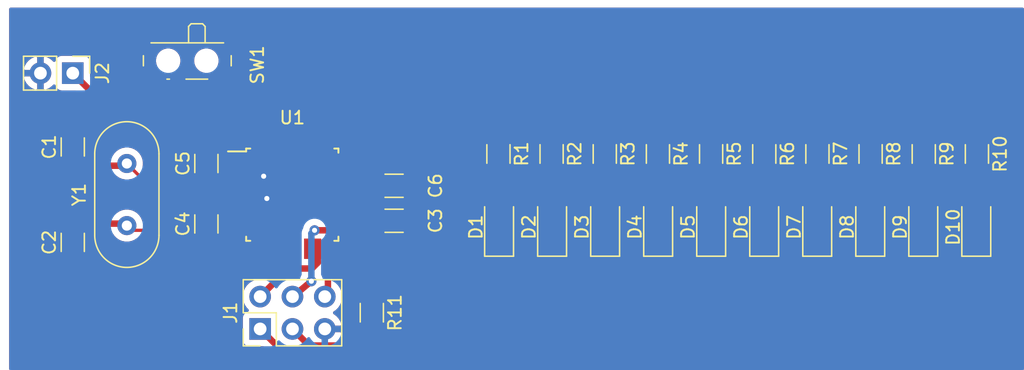
<source format=kicad_pcb>
(kicad_pcb (version 20211014) (generator pcbnew)
  (layers (0 "F.Cu" signal) (31 "B.Cu" signal) (34 "B.Paste" user) (35 "F.Paste" user) (36 "B.SilkS" user "B.Silkscreen") (37 "F.SilkS" user "F.Silkscreen") (38 "B.Mask" user) (39 "F.Mask" user) (44 "Edge.Cuts" user))
  (net 0 "")
  (net 1 "GND")
  (net 2 "XTAL1")
  (net 3 "XTAL2")
  (net 4 "VCC")
  (net 5 "Net-(D1-Pad2)")
  (net 6 "Net-(D2-Pad2)")
  (net 7 "Net-(D3-Pad2)")
  (net 8 "Net-(D4-Pad2)")
  (net 9 "Net-(D5-Pad2)")
  (net 10 "Net-(D6-Pad2)")
  (net 11 "Net-(D7-Pad2)")
  (net 12 "Net-(D8-Pad2)")
  (net 13 "Net-(D9-Pad2)")
  (net 14 "Net-(D10-Pad2)")
  (net 15 "MOSI")
  (net 16 "SCK")
  (net 17 "CS")
  (net 18 "MISO")
  (net 19 "Net-(J2-Pad1)")
  (net 20 "PB1")
  (net 21 "PB2")
  (net 22 "PB3")
  (net 23 "PB4")
  (net 24 "PB5")
  (net 25 "PB6")
  (net 26 "PB7")
  (net 27 "PB8")
  (net 28 "PB9")
  (net 29 "PB10")
  (footprint "Capacitor_SMD:C_1206_3216Metric" (layer "F.Cu") (at 63.75 91.45 90)
    (fp_text reference "C1" (at 0 -1.85 90) (layer "F.SilkS"))
    (fp_text value "22p")
    (fp_line (start -0.711252 -0.91) (end 0.711252 -0.91) (layer "F.SilkS") (width 0.12))
    (fp_line (start -0.711252 0.91) (end 0.711252 0.91) (layer "F.SilkS") (width 0.12))
    (pad "1" smd roundrect (at -1.475 0 90) (size 1.15 1.8) (layers "F.Cu" "F.Paste" "F.Mask") (roundrect_rratio 0.217391) (net 2 "XTAL1"))
    (pad "2" smd roundrect (at 1.475 0 90) (size 1.15 1.8) (layers "F.Cu" "F.Paste" "F.Mask") (roundrect_rratio 0.217391) (net 1 "GND"))
  )
  (footprint "Capacitor_SMD:C_1206_3216Metric" (layer "F.Cu") (at 74.25 92.75 90)
    (fp_text reference "C5" (at 0 -1.85 90) (layer "F.SilkS"))
    (fp_text value "100n")
    (fp_line (start -0.711252 -0.91) (end 0.711252 -0.91) (layer "F.SilkS") (width 0.12))
    (fp_line (start -0.711252 0.91) (end 0.711252 0.91) (layer "F.SilkS") (width 0.12))
    (pad "1" smd roundrect (at -1.475 0 90) (size 1.15 1.8) (layers "F.Cu" "F.Paste" "F.Mask") (roundrect_rratio 0.217391) (net 4 "VCC"))
    (pad "2" smd roundrect (at 1.475 0 90) (size 1.15 1.8) (layers "F.Cu" "F.Paste" "F.Mask") (roundrect_rratio 0.217391) (net 1 "GND"))
  )
  (footprint "Capacitor_SMD:C_1206_3216Metric" (layer "F.Cu") (at 89 94.5)
    (fp_text reference "C6" (at 3.25 0 90) (layer "F.SilkS"))
    (fp_text value "100n")
    (fp_line (start -0.711252 -0.91) (end 0.711252 -0.91) (layer "F.SilkS") (width 0.12))
    (fp_line (start -0.711252 0.91) (end 0.711252 0.91) (layer "F.SilkS") (width 0.12))
    (pad "1" smd roundrect (at -1.475 0) (size 1.15 1.8) (layers "F.Cu" "F.Paste" "F.Mask") (roundrect_rratio 0.217391) (net 4 "VCC"))
    (pad "2" smd roundrect (at 1.475 0) (size 1.15 1.8) (layers "F.Cu" "F.Paste" "F.Mask") (roundrect_rratio 0.217391) (net 1 "GND"))
  )
  (footprint "Connector_PinHeader_2.54mm:PinHeader_2x03_P2.54mm_Vertical" (layer "F.Cu") (at 78.475 105.75 90)
    (fp_text reference "J1" (at 1.27 -2.33 90) (layer "F.SilkS"))
    (fp_text value "AVR")
    (fp_line (start 3.87 -1.33) (end 3.87 6.41) (layer "F.SilkS") (width 0.12))
    (fp_line (start -1.33 -1.33) (end 0 -1.33) (layer "F.SilkS") (width 0.12))
    (fp_line (start -1.33 1.27) (end 1.27 1.27) (layer "F.SilkS") (width 0.12))
    (fp_line (start -1.33 6.41) (end 3.87 6.41) (layer "F.SilkS") (width 0.12))
    (fp_line (start 1.27 -1.33) (end 3.87 -1.33) (layer "F.SilkS") (width 0.12))
    (fp_line (start -1.33 1.27) (end -1.33 6.41) (layer "F.SilkS") (width 0.12))
    (fp_line (start -1.33 0) (end -1.33 -1.33) (layer "F.SilkS") (width 0.12))
    (fp_line (start 1.27 1.27) (end 1.27 -1.33) (layer "F.SilkS") (width 0.12))
    (pad "1" thru_hole rect (at 0 0 90) (size 1.7 1.7) (drill 1) (layers *.Cu *.Mask) (net 4 "VCC"))
    (pad "2" thru_hole oval (at 2.54 0 90) (size 1.7 1.7) (drill 1) (layers *.Cu *.Mask) (net 15 "MOSI"))
    (pad "3" thru_hole oval (at 0 2.54 90) (size 1.7 1.7) (drill 1) (layers *.Cu *.Mask) (net 17 "CS"))
    (pad "4" thru_hole oval (at 2.54 2.54 90) (size 1.7 1.7) (drill 1) (layers *.Cu *.Mask) (net 16 "SCK"))
    (pad "5" thru_hole oval (at 0 5.08 90) (size 1.7 1.7) (drill 1) (layers *.Cu *.Mask) (net 1 "GND"))
    (pad "6" thru_hole oval (at 2.54 5.08 90) (size 1.7 1.7) (drill 1) (layers *.Cu *.Mask) (net 18 "MISO"))
  )
  (footprint "Connector_PinHeader_2.54mm:PinHeader_1x02_P2.54mm_Vertical" (layer "F.Cu") (at 63.75 85.65 -90)
    (fp_text reference "J2" (at 0 -2.33 90) (layer "F.SilkS"))
    (fp_text value "BATTERY")
    (fp_line (start 1.33 1.27) (end 1.33 3.87) (layer "F.SilkS") (width 0.12))
    (fp_line (start -1.33 1.27) (end 1.33 1.27) (layer "F.SilkS") (width 0.12))
    (fp_line (start -1.33 0) (end -1.33 -1.33) (layer "F.SilkS") (width 0.12))
    (fp_line (start -1.33 -1.33) (end 0 -1.33) (layer "F.SilkS") (width 0.12))
    (fp_line (start -1.33 1.27) (end -1.33 3.87) (layer "F.SilkS") (width 0.12))
    (fp_line (start -1.33 3.87) (end 1.33 3.87) (layer "F.SilkS") (width 0.12))
    (pad "1" thru_hole rect (at 0 0 270) (size 1.7 1.7) (drill 1) (layers *.Cu *.Mask) (net 19 "Net-(J2-Pad1)"))
    (pad "2" thru_hole oval (at 0 2.54 270) (size 1.7 1.7) (drill 1) (layers *.Cu *.Mask) (net 1 "GND"))
  )
  (footprint "Resistor_SMD:R_1206_3216Metric" (layer "F.Cu") (at 97.2 92 -90)
    (fp_text reference "R1" (at 0 -1.82 90) (layer "F.SilkS"))
    (fp_text value "R")
    (fp_line (start -0.727064 0.91) (end 0.727064 0.91) (layer "F.SilkS") (width 0.12))
    (fp_line (start -0.727064 -0.91) (end 0.727064 -0.91) (layer "F.SilkS") (width 0.12))
    (pad "1" smd roundrect (at -1.4625 0 270) (size 1.125 1.75) (layers "F.Cu" "F.Paste" "F.Mask") (roundrect_rratio 0.222222) (net 20 "PB1"))
    (pad "2" smd roundrect (at 1.4625 0 270) (size 1.125 1.75) (layers "F.Cu" "F.Paste" "F.Mask") (roundrect_rratio 0.222222) (net 5 "Net-(D1-Pad2)"))
  )
  (footprint "Resistor_SMD:R_1206_3216Metric" (layer "F.Cu") (at 101.377784 92 -90)
    (fp_text reference "R2" (at 0 -1.82 90) (layer "F.SilkS"))
    (fp_text value "R")
    (fp_line (start -0.727064 -0.91) (end 0.727064 -0.91) (layer "F.SilkS") (width 0.12))
    (fp_line (start -0.727064 0.91) (end 0.727064 0.91) (layer "F.SilkS") (width 0.12))
    (pad "1" smd roundrect (at -1.4625 0 270) (size 1.125 1.75) (layers "F.Cu" "F.Paste" "F.Mask") (roundrect_rratio 0.222222) (net 21 "PB2"))
    (pad "2" smd roundrect (at 1.4625 0 270) (size 1.125 1.75) (layers "F.Cu" "F.Paste" "F.Mask") (roundrect_rratio 0.222222) (net 6 "Net-(D2-Pad2)"))
  )
  (footprint "Resistor_SMD:R_1206_3216Metric" (layer "F.Cu") (at 105.555561 92 -90)
    (fp_text reference "R3" (at 0 -1.82 90) (layer "F.SilkS"))
    (fp_text value "R")
    (fp_line (start -0.727064 0.91) (end 0.727064 0.91) (layer "F.SilkS") (width 0.12))
    (fp_line (start -0.727064 -0.91) (end 0.727064 -0.91) (layer "F.SilkS") (width 0.12))
    (pad "1" smd roundrect (at -1.4625 0 270) (size 1.125 1.75) (layers "F.Cu" "F.Paste" "F.Mask") (roundrect_rratio 0.222222) (net 22 "PB3"))
    (pad "2" smd roundrect (at 1.4625 0 270) (size 1.125 1.75) (layers "F.Cu" "F.Paste" "F.Mask") (roundrect_rratio 0.222222) (net 7 "Net-(D3-Pad2)"))
  )
  (footprint "Resistor_SMD:R_1206_3216Metric" (layer "F.Cu") (at 109.733338 92 -90)
    (fp_text reference "R4" (at 0 -1.82 90) (layer "F.SilkS"))
    (fp_text value "R")
    (fp_line (start -0.727064 -0.91) (end 0.727064 -0.91) (layer "F.SilkS") (width 0.12))
    (fp_line (start -0.727064 0.91) (end 0.727064 0.91) (layer "F.SilkS") (width 0.12))
    (pad "1" smd roundrect (at -1.4625 0 270) (size 1.125 1.75) (layers "F.Cu" "F.Paste" "F.Mask") (roundrect_rratio 0.222222) (net 23 "PB4"))
    (pad "2" smd roundrect (at 1.4625 0 270) (size 1.125 1.75) (layers "F.Cu" "F.Paste" "F.Mask") (roundrect_rratio 0.222222) (net 8 "Net-(D4-Pad2)"))
  )
  (footprint "Resistor_SMD:R_1206_3216Metric" (layer "F.Cu") (at 113.911115 92 -90)
    (fp_text reference "R5" (at 0 -1.82 90) (layer "F.SilkS"))
    (fp_text value "R")
    (fp_line (start -0.727064 -0.91) (end 0.727064 -0.91) (layer "F.SilkS") (width 0.12))
    (fp_line (start -0.727064 0.91) (end 0.727064 0.91) (layer "F.SilkS") (width 0.12))
    (pad "1" smd roundrect (at -1.4625 0 270) (size 1.125 1.75) (layers "F.Cu" "F.Paste" "F.Mask") (roundrect_rratio 0.222222) (net 24 "PB5"))
    (pad "2" smd roundrect (at 1.4625 0 270) (size 1.125 1.75) (layers "F.Cu" "F.Paste" "F.Mask") (roundrect_rratio 0.222222) (net 9 "Net-(D5-Pad2)"))
  )
  (footprint "Resistor_SMD:R_1206_3216Metric" (layer "F.Cu") (at 118.088892 92 -90)
    (fp_text reference "R6" (at 0 -1.82 90) (layer "F.SilkS"))
    (fp_text value "R")
    (fp_line (start -0.727064 0.91) (end 0.727064 0.91) (layer "F.SilkS") (width 0.12))
    (fp_line (start -0.727064 -0.91) (end 0.727064 -0.91) (layer "F.SilkS") (width 0.12))
    (pad "1" smd roundrect (at -1.4625 0 270) (size 1.125 1.75) (layers "F.Cu" "F.Paste" "F.Mask") (roundrect_rratio 0.222222) (net 25 "PB6"))
    (pad "2" smd roundrect (at 1.4625 0 270) (size 1.125 1.75) (layers "F.Cu" "F.Paste" "F.Mask") (roundrect_rratio 0.222222) (net 10 "Net-(D6-Pad2)"))
  )
  (footprint "Resistor_SMD:R_1206_3216Metric" (layer "F.Cu") (at 122.266669 92 -90)
    (fp_text reference "R7" (at 0 -1.82 90) (layer "F.SilkS"))
    (fp_text value "R")
    (fp_line (start -0.727064 -0.91) (end 0.727064 -0.91) (layer "F.SilkS") (width 0.12))
    (fp_line (start -0.727064 0.91) (end 0.727064 0.91) (layer "F.SilkS") (width 0.12))
    (pad "1" smd roundrect (at -1.4625 0 270) (size 1.125 1.75) (layers "F.Cu" "F.Paste" "F.Mask") (roundrect_rratio 0.222222) (net 26 "PB7"))
    (pad "2" smd roundrect (at 1.4625 0 270) (size 1.125 1.75) (layers "F.Cu" "F.Paste" "F.Mask") (roundrect_rratio 0.222222) (net 11 "Net-(D7-Pad2)"))
  )
  (footprint "Resistor_SMD:R_1206_3216Metric" (layer "F.Cu") (at 126.444446 92 -90)
    (fp_text reference "R8" (at 0 -1.82 90) (layer "F.SilkS"))
    (fp_text value "R")
    (fp_line (start -0.727064 0.91) (end 0.727064 0.91) (layer "F.SilkS") (width 0.12))
    (fp_line (start -0.727064 -0.91) (end 0.727064 -0.91) (layer "F.SilkS") (width 0.12))
    (pad "1" smd roundrect (at -1.4625 0 270) (size 1.125 1.75) (layers "F.Cu" "F.Paste" "F.Mask") (roundrect_rratio 0.222222) (net 27 "PB8"))
    (pad "2" smd roundrect (at 1.4625 0 270) (size 1.125 1.75) (layers "F.Cu" "F.Paste" "F.Mask") (roundrect_rratio 0.222222) (net 12 "Net-(D8-Pad2)"))
  )
  (footprint "Resistor_SMD:R_1206_3216Metric" (layer "F.Cu") (at 130.622223 92 -90)
    (fp_text reference "R9" (at 0 -1.82 90) (layer "F.SilkS"))
    (fp_text value "R")
    (fp_line (start -0.727064 -0.91) (end 0.727064 -0.91) (layer "F.SilkS") (width 0.12))
    (fp_line (start -0.727064 0.91) (end 0.727064 0.91) (layer "F.SilkS") (width 0.12))
    (pad "1" smd roundrect (at -1.4625 0 270) (size 1.125 1.75) (layers "F.Cu" "F.Paste" "F.Mask") (roundrect_rratio 0.222222) (net 28 "PB9"))
    (pad "2" smd roundrect (at 1.4625 0 270) (size 1.125 1.75) (layers "F.Cu" "F.Paste" "F.Mask") (roundrect_rratio 0.222222) (net 13 "Net-(D9-Pad2)"))
  )
  (footprint "Resistor_SMD:R_1206_3216Metric" (layer "F.Cu") (at 134.8 92 -90)
    (fp_text reference "R10" (at 0 -1.82 90) (layer "F.SilkS"))
    (fp_text value "R")
    (fp_line (start -0.727064 0.91) (end 0.727064 0.91) (layer "F.SilkS") (width 0.12))
    (fp_line (start -0.727064 -0.91) (end 0.727064 -0.91) (layer "F.SilkS") (width 0.12))
    (pad "1" smd roundrect (at -1.4625 0 270) (size 1.125 1.75) (layers "F.Cu" "F.Paste" "F.Mask") (roundrect_rratio 0.222222) (net 29 "PB10"))
    (pad "2" smd roundrect (at 1.4625 0 270) (size 1.125 1.75) (layers "F.Cu" "F.Paste" "F.Mask") (roundrect_rratio 0.222222) (net 14 "Net-(D10-Pad2)"))
  )
  (footprint "Resistor_SMD:R_1206_3216Metric" (layer "F.Cu") (at 87.25 104.475 -90)
    (fp_text reference "R11" (at 0 -1.82 90) (layer "F.SilkS"))
    (fp_text value "R")
    (fp_line (start -0.727064 0.91) (end 0.727064 0.91) (layer "F.SilkS") (width 0.12))
    (fp_line (start -0.727064 -0.91) (end 0.727064 -0.91) (layer "F.SilkS") (width 0.12))
    (pad "1" smd roundrect (at -1.4625 0 270) (size 1.125 1.75) (layers "F.Cu" "F.Paste" "F.Mask") (roundrect_rratio 0.222222) (net 4 "VCC"))
    (pad "2" smd roundrect (at 1.4625 0 270) (size 1.125 1.75) (layers "F.Cu" "F.Paste" "F.Mask") (roundrect_rratio 0.222222) (net 17 "CS"))
  )
  (footprint "Button_Switch_SMD:SW_SPDT_PCM12" (layer "F.Cu") (at 72.75 85 180)
    (fp_text reference "SW1" (at -5.5 0 270) (layer "F.SilkS"))
    (fp_text value "SWITCH")
    (fp_line (start 3.45 0.72) (end 3.45 -0.07) (layer "F.SilkS") (width 0.12))
    (fp_line (start -1.6 -1.12) (end 0.1 -1.12) (layer "F.SilkS") (width 0.12))
    (fp_line (start -2.85 1.73) (end 2.85 1.73) (layer "F.SilkS") (width 0.12))
    (fp_line (start -0.1 3.02) (end -0.3 3.23) (layer "F.SilkS") (width 0.12))
    (fp_line (start -0.1 3.02) (end -0.1 1.73) (layer "F.SilkS") (width 0.12))
    (fp_line (start -1.4 3.02) (end -1.2 3.23) (layer "F.SilkS") (width 0.12))
    (fp_line (start -3.45 -0.07) (end -3.45 0.72) (layer "F.SilkS") (width 0.12))
    (fp_line (start -1.4 1.73) (end -1.4 3.02) (layer "F.SilkS") (width 0.12))
    (fp_line (start 1.4 -1.12) (end 1.6 -1.12) (layer "F.SilkS") (width 0.12))
    (fp_line (start -1.2 3.23) (end -0.3 3.23) (layer "F.SilkS") (width 0.12))
    (pad "" smd rect (at 3.65 1.43 180) (size 1 0.8) (layers "F.Cu" "F.Paste" "F.Mask"))
    (pad "" np_thru_hole circle (at -1.5 0.33 180) (size 0.9 0.9) (drill 0.9) (layers *.Cu *.Mask))
    (pad "" smd rect (at -3.65 -0.78 180) (size 1 0.8) (layers "F.Cu" "F.Paste" "F.Mask"))
    (pad "" smd rect (at -3.65 1.43 180) (size 1 0.8) (layers "F.Cu" "F.Paste" "F.Mask"))
    (pad "" smd rect (at 3.65 -0.78 180) (size 1 0.8) (layers "F.Cu" "F.Paste" "F.Mask"))
    (pad "" np_thru_hole circle (at 1.5 0.33 180) (size 0.9 0.9) (drill 0.9) (layers *.Cu *.Mask))
    (pad "1" smd rect (at -2.25 -1.43 180) (size 0.7 1.5) (layers "F.Cu" "F.Paste" "F.Mask"))
    (pad "2" smd rect (at 0.75 -1.43 180) (size 0.7 1.5) (layers "F.Cu" "F.Paste" "F.Mask") (net 4 "VCC"))
    (pad "3" smd rect (at 2.25 -1.43 180) (size 0.7 1.5) (layers "F.Cu" "F.Paste" "F.Mask") (net 19 "Net-(J2-Pad1)"))
  )
  (footprint "Package_QFP:TQFP-32_7x7mm_P0.8mm" (layer "F.Cu") (at 81 95.2)
    (fp_text reference "U1" (at 0 -6.05) (layer "F.SilkS"))
    (fp_text value "ATmega328P-AU")
    (fp_line (start 3.625 3.625) (end 3.3 3.625) (layer "F.SilkS") (width 0.15))
    (fp_line (start 3.625 -3.625) (end 3.3 -3.625) (layer "F.SilkS") (width 0.15))
    (fp_line (start -3.625 3.625) (end -3.625 3.3) (layer "F.SilkS") (width 0.15))
    (fp_line (start -3.625 -3.4) (end -5.05 -3.4) (layer "F.SilkS") (width 0.15))
    (fp_line (start 3.625 -3.625) (end 3.625 -3.3) (layer "F.SilkS") (width 0.15))
    (fp_line (start -3.625 -3.625) (end -3.3 -3.625) (layer "F.SilkS") (width 0.15))
    (fp_line (start -3.625 -3.625) (end -3.625 -3.4) (layer "F.SilkS") (width 0.15))
    (fp_line (start -3.625 3.625) (end -3.3 3.625) (layer "F.SilkS") (width 0.15))
    (fp_line (start 3.625 3.625) (end 3.625 3.3) (layer "F.SilkS") (width 0.15))
    (pad "1" smd rect (at -4.25 -2.8) (size 1.6 0.55) (layers "F.Cu" "F.Paste" "F.Mask"))
    (pad "2" smd rect (at -4.25 -2) (size 1.6 0.55) (layers "F.Cu" "F.Paste" "F.Mask"))
    (pad "3" smd rect (at -4.25 -1.2) (size 1.6 0.55) (layers "F.Cu" "F.Paste" "F.Mask") (net 1 "GND"))
    (pad "4" smd rect (at -4.25 -0.4) (size 1.6 0.55) (layers "F.Cu" "F.Paste" "F.Mask") (net 4 "VCC"))
    (pad "5" smd rect (at -4.25 0.4) (size 1.6 0.55) (layers "F.Cu" "F.Paste" "F.Mask") (net 1 "GND"))
    (pad "6" smd rect (at -4.25 1.2) (size 1.6 0.55) (layers "F.Cu" "F.Paste" "F.Mask") (net 4 "VCC"))
    (pad "7" smd rect (at -4.25 2) (size 1.6 0.55) (layers "F.Cu" "F.Paste" "F.Mask") (net 2 "XTAL1"))
    (pad "8" smd rect (at -4.25 2.8) (size 1.6 0.55) (layers "F.Cu" "F.Paste" "F.Mask") (net 3 "XTAL2"))
    (pad "9" smd rect (at -2.8 4.25 90) (size 1.6 0.55) (layers "F.Cu" "F.Paste" "F.Mask"))
    (pad "10" smd rect (at -2 4.25 90) (size 1.6 0.55) (layers "F.Cu" "F.Paste" "F.Mask"))
    (pad "11" smd rect (at -1.2 4.25 90) (size 1.6 0.55) (layers "F.Cu" "F.Paste" "F.Mask"))
    (pad "12" smd rect (at -0.4 4.25 90) (size 1.6 0.55) (layers "F.Cu" "F.Paste" "F.Mask") (net 20 "PB1"))
    (pad "13" smd rect (at 0.4 4.25 90) (size 1.6 0.55) (layers "F.Cu" "F.Paste" "F.Mask") (net 21 "PB2"))
    (pad "14" smd rect (at 1.2 4.25 90) (size 1.6 0.55) (layers "F.Cu" "F.Paste" "F.Mask") (net 22 "PB3"))
    (pad "15" smd rect (at 2 4.25 90) (size 1.6 0.55) (layers "F.Cu" "F.Paste" "F.Mask") (net 15 "MOSI"))
    (pad "16" smd rect (at 2.8 4.25 90) (size 1.6 0.55) (layers "F.Cu" "F.Paste" "F.Mask") (net 18 "MISO"))
    (pad "17" smd rect (at 4.25 2.8) (size 1.6 0.55) (layers "F.Cu" "F.Paste" "F.Mask") (net 16 "SCK"))
    (pad "18" smd rect (at 4.25 2) (size 1.6 0.55) (layers "F.Cu" "F.Paste" "F.Mask") (net 4 "VCC"))
    (pad "19" smd rect (at 4.25 1.2) (size 1.6 0.55) (layers "F.Cu" "F.Paste" "F.Mask"))
    (pad "20" smd rect (at 4.25 0.4) (size 1.6 0.55) (layers "F.Cu" "F.Paste" "F.Mask") (net 4 "VCC"))
    (pad "21" smd rect (at 4.25 -0.4) (size 1.6 0.55) (layers "F.Cu" "F.Paste" "F.Mask") (net 1 "GND"))
    (pad "22" smd rect (at 4.25 -1.2) (size 1.6 0.55) (layers "F.Cu" "F.Paste" "F.Mask"))
    (pad "23" smd rect (at 4.25 -2) (size 1.6 0.55) (layers "F.Cu" "F.Paste" "F.Mask") (net 23 "PB4"))
    (pad "24" smd rect (at 4.25 -2.8) (size 1.6 0.55) (layers "F.Cu" "F.Paste" "F.Mask") (net 24 "PB5"))
    (pad "25" smd rect (at 2.8 -4.25 90) (size 1.6 0.55) (layers "F.Cu" "F.Paste" "F.Mask") (net 25 "PB6"))
    (pad "26" smd rect (at 2 -4.25 90) (size 1.6 0.55) (layers "F.Cu" "F.Paste" "F.Mask") (net 26 "PB7"))
    (pad "27" smd rect (at 1.2 -4.25 90) (size 1.6 0.55) (layers "F.Cu" "F.Paste" "F.Mask") (net 27 "PB8"))
    (pad "28" smd rect (at 0.4 -4.25 90) (size 1.6 0.55) (layers "F.Cu" "F.Paste" "F.Mask") (net 28 "PB9"))
    (pad "29" smd rect (at -0.4 -4.25 90) (size 1.6 0.55) (layers "F.Cu" "F.Paste" "F.Mask") (net 17 "CS"))
    (pad "30" smd rect (at -1.2 -4.25 90) (size 1.6 0.55) (layers "F.Cu" "F.Paste" "F.Mask"))
    (pad "31" smd rect (at -2 -4.25 90) (size 1.6 0.55) (layers "F.Cu" "F.Paste" "F.Mask"))
    (pad "32" smd rect (at -2.8 -4.25 90) (size 1.6 0.55) (layers "F.Cu" "F.Paste" "F.Mask") (net 29 "PB10"))
  )
  (footprint "Crystal:Crystal_HC49-4H_Vertical" (layer "F.Cu") (at 68 92.75 -90)
    (fp_text reference "Y1" (at 2.44 3.75 90) (layer "F.SilkS"))
    (fp_text value "16 MHZ")
    (fp_line (start -0.76 -2.525) (end 5.64 -2.525) (layer "F.SilkS") (width 0.12))
    (fp_line (start -0.76 2.525) (end 5.64 2.525) (layer "F.SilkS") (width 0.12))
    (fp_arc (start 5.64 -2.525) (mid 8.165 0) (end 5.64 2.525) (layer "F.SilkS") (width 0.12))
    (fp_arc (start -0.76 2.525) (mid -3.285 0) (end -0.76 -2.525) (layer "F.SilkS") (width 0.12))
    (pad "1" thru_hole circle (at 0 0 270) (size 1.5 1.5) (drill 0.8) (layers *.Cu *.Mask) (net 2 "XTAL1"))
    (pad "2" thru_hole circle (at 4.88 0 270) (size 1.5 1.5) (drill 0.8) (layers *.Cu *.Mask) (net 3 "XTAL2"))
  )
  (footprint "Capacitor_SMD:C_1206_3216Metric" (layer "F.Cu") (at 63.75 98.95 -90)
    (fp_text reference "C2" (at 0 1.85 90) (layer "F.SilkS"))
    (fp_text value "22p")
    (fp_line (start -0.711252 0.91) (end 0.711252 0.91) (layer "F.SilkS") (width 0.12))
    (fp_line (start -0.711252 -0.91) (end 0.711252 -0.91) (layer "F.SilkS") (width 0.12))
    (pad "1" smd roundrect (at -1.475 0 270) (size 1.15 1.8) (layers "F.Cu" "F.Paste" "F.Mask") (roundrect_rratio 0.217391) (net 3 "XTAL2"))
    (pad "2" smd roundrect (at 1.475 0 270) (size 1.15 1.8) (layers "F.Cu" "F.Paste" "F.Mask") (roundrect_rratio 0.217391) (net 1 "GND"))
  )
  (footprint "LED_SMD:LED_1206_3216Metric" (layer "F.Cu") (at 97.25 97.75 90)
    (fp_text reference "D1" (at 0 -1.82 90) (layer "F.SilkS"))
    (fp_text value "LED")
    (fp_line (start -2.285 1.135) (end 1.6 1.135) (layer "F.SilkS") (width 0.12))
    (fp_line (start 1.6 -1.135) (end -2.285 -1.135) (layer "F.SilkS") (width 0.12))
    (fp_line (start -2.285 -1.135) (end -2.285 1.135) (layer "F.SilkS") (width 0.12))
    (pad "1" smd roundrect (at -1.4 0 90) (size 1.25 1.75) (layers "F.Cu" "F.Paste" "F.Mask") (roundrect_rratio 0.2) (net 1 "GND"))
    (pad "2" smd roundrect (at 1.4 0 90) (size 1.25 1.75) (layers "F.Cu" "F.Paste" "F.Mask") (roundrect_rratio 0.2) (net 5 "Net-(D1-Pad2)"))
  )
  (footprint "LED_SMD:LED_1206_3216Metric" (layer "F.Cu") (at 101.416672 97.75 90)
    (fp_text reference "D2" (at 0 -1.82 90) (layer "F.SilkS"))
    (fp_text value "LED")
    (fp_line (start 1.6 -1.135) (end -2.285 -1.135) (layer "F.SilkS") (width 0.12))
    (fp_line (start -2.285 1.135) (end 1.6 1.135) (layer "F.SilkS") (width 0.12))
    (fp_line (start -2.285 -1.135) (end -2.285 1.135) (layer "F.SilkS") (width 0.12))
    (pad "1" smd roundrect (at -1.4 0 90) (size 1.25 1.75) (layers "F.Cu" "F.Paste" "F.Mask") (roundrect_rratio 0.2) (net 1 "GND"))
    (pad "2" smd roundrect (at 1.4 0 90) (size 1.25 1.75) (layers "F.Cu" "F.Paste" "F.Mask") (roundrect_rratio 0.2) (net 6 "Net-(D2-Pad2)"))
  )
  (footprint "LED_SMD:LED_1206_3216Metric" (layer "F.Cu") (at 105.583338 97.75 90)
    (fp_text reference "D3" (at 0 -1.82 90) (layer "F.SilkS"))
    (fp_text value "LED")
    (fp_line (start -2.285 1.135) (end 1.6 1.135) (layer "F.SilkS") (width 0.12))
    (fp_line (start -2.285 -1.135) (end -2.285 1.135) (layer "F.SilkS") (width 0.12))
    (fp_line (start 1.6 -1.135) (end -2.285 -1.135) (layer "F.SilkS") (width 0.12))
    (pad "1" smd roundrect (at -1.4 0 90) (size 1.25 1.75) (layers "F.Cu" "F.Paste" "F.Mask") (roundrect_rratio 0.2) (net 1 "GND"))
    (pad "2" smd roundrect (at 1.4 0 90) (size 1.25 1.75) (layers "F.Cu" "F.Paste" "F.Mask") (roundrect_rratio 0.2) (net 7 "Net-(D3-Pad2)"))
  )
  (footprint "LED_SMD:LED_1206_3216Metric" (layer "F.Cu") (at 109.750004 97.75 90)
    (fp_text reference "D4" (at 0 -1.82 90) (layer "F.SilkS"))
    (fp_text value "LED")
    (fp_line (start 1.6 -1.135) (end -2.285 -1.135) (layer "F.SilkS") (width 0.12))
    (fp_line (start -2.285 -1.135) (end -2.285 1.135) (layer "F.SilkS") (width 0.12))
    (fp_line (start -2.285 1.135) (end 1.6 1.135) (layer "F.SilkS") (width 0.12))
    (pad "1" smd roundrect (at -1.4 0 90) (size 1.25 1.75) (layers "F.Cu" "F.Paste" "F.Mask") (roundrect_rratio 0.2) (net 1 "GND"))
    (pad "2" smd roundrect (at 1.4 0 90) (size 1.25 1.75) (layers "F.Cu" "F.Paste" "F.Mask") (roundrect_rratio 0.2) (net 8 "Net-(D4-Pad2)"))
  )
  (footprint "LED_SMD:LED_1206_3216Metric" (layer "F.Cu") (at 113.91667 97.75 90)
    (fp_text reference "D5" (at 0 -1.82 90) (layer "F.SilkS"))
    (fp_text value "LED")
    (fp_line (start 1.6 -1.135) (end -2.285 -1.135) (layer "F.SilkS") (width 0.12))
    (fp_line (start -2.285 1.135) (end 1.6 1.135) (layer "F.SilkS") (width 0.12))
    (fp_line (start -2.285 -1.135) (end -2.285 1.135) (layer "F.SilkS") (width 0.12))
    (pad "1" smd roundrect (at -1.4 0 90) (size 1.25 1.75) (layers "F.Cu" "F.Paste" "F.Mask") (roundrect_rratio 0.2) (net 1 "GND"))
    (pad "2" smd roundrect (at 1.4 0 90) (size 1.25 1.75) (layers "F.Cu" "F.Paste" "F.Mask") (roundrect_rratio 0.2) (net 9 "Net-(D5-Pad2)"))
  )
  (footprint "LED_SMD:LED_1206_3216Metric" (layer "F.Cu") (at 118.083336 97.75 90)
    (fp_text reference "D6" (at 0 -1.82 90) (layer "F.SilkS"))
    (fp_text value "LED")
    (fp_line (start -2.285 1.135) (end 1.6 1.135) (layer "F.SilkS") (width 0.12))
    (fp_line (start 1.6 -1.135) (end -2.285 -1.135) (layer "F.SilkS") (width 0.12))
    (fp_line (start -2.285 -1.135) (end -2.285 1.135) (layer "F.SilkS") (width 0.12))
    (pad "1" smd roundrect (at -1.4 0 90) (size 1.25 1.75) (layers "F.Cu" "F.Paste" "F.Mask") (roundrect_rratio 0.2) (net 1 "GND"))
    (pad "2" smd roundrect (at 1.4 0 90) (size 1.25 1.75) (layers "F.Cu" "F.Paste" "F.Mask") (roundrect_rratio 0.2) (net 10 "Net-(D6-Pad2)"))
  )
  (footprint "LED_SMD:LED_1206_3216Metric" (layer "F.Cu") (at 122.250002 97.75 90)
    (fp_text reference "D7" (at 0 -1.82 90) (layer "F.SilkS"))
    (fp_text value "LED")
    (fp_line (start 1.6 -1.135) (end -2.285 -1.135) (layer "F.SilkS") (width 0.12))
    (fp_line (start -2.285 -1.135) (end -2.285 1.135) (layer "F.SilkS") (width 0.12))
    (fp_line (start -2.285 1.135) (end 1.6 1.135) (layer "F.SilkS") (width 0.12))
    (pad "1" smd roundrect (at -1.4 0 90) (size 1.25 1.75) (layers "F.Cu" "F.Paste" "F.Mask") (roundrect_rratio 0.2) (net 1 "GND"))
    (pad "2" smd roundrect (at 1.4 0 90) (size 1.25 1.75) (layers "F.Cu" "F.Paste" "F.Mask") (roundrect_rratio 0.2) (net 11 "Net-(D7-Pad2)"))
  )
  (footprint "LED_SMD:LED_1206_3216Metric" (layer "F.Cu") (at 126.416668 97.75 90)
    (fp_text reference "D8" (at 0 -1.82 90) (layer "F.SilkS"))
    (fp_text value "LED")
    (fp_line (start 1.6 -1.135) (end -2.285 -1.135) (layer "F.SilkS") (width 0.12))
    (fp_line (start -2.285 -1.135) (end -2.285 1.135) (layer "F.SilkS") (width 0.12))
    (fp_line (start -2.285 1.135) (end 1.6 1.135) (layer "F.SilkS") (width 0.12))
    (pad "1" smd roundrect (at -1.4 0 90) (size 1.25 1.75) (layers "F.Cu" "F.Paste" "F.Mask") (roundrect_rratio 0.2) (net 1 "GND"))
    (pad "2" smd roundrect (at 1.4 0 90) (size 1.25 1.75) (layers "F.Cu" "F.Paste" "F.Mask") (roundrect_rratio 0.2) (net 12 "Net-(D8-Pad2)"))
  )
  (footprint "LED_SMD:LED_1206_3216Metric" (layer "F.Cu") (at 130.583334 97.75 90)
    (fp_text reference "D9" (at 0 -1.82 90) (layer "F.SilkS"))
    (fp_text value "LED")
    (fp_line (start 1.6 -1.135) (end -2.285 -1.135) (layer "F.SilkS") (width 0.12))
    (fp_line (start -2.285 1.135) (end 1.6 1.135) (layer "F.SilkS") (width 0.12))
    (fp_line (start -2.285 -1.135) (end -2.285 1.135) (layer "F.SilkS") (width 0.12))
    (pad "1" smd roundrect (at -1.4 0 90) (size 1.25 1.75) (layers "F.Cu" "F.Paste" "F.Mask") (roundrect_rratio 0.2) (net 1 "GND"))
    (pad "2" smd roundrect (at 1.4 0 90) (size 1.25 1.75) (layers "F.Cu" "F.Paste" "F.Mask") (roundrect_rratio 0.2) (net 13 "Net-(D9-Pad2)"))
  )
  (footprint "LED_SMD:LED_1206_3216Metric" (layer "F.Cu") (at 134.75 97.75 90)
    (fp_text reference "D10" (at 0 -1.82 90) (layer "F.SilkS"))
    (fp_text value "LED")
    (fp_line (start 1.6 -1.135) (end -2.285 -1.135) (layer "F.SilkS") (width 0.12))
    (fp_line (start -2.285 1.135) (end 1.6 1.135) (layer "F.SilkS") (width 0.12))
    (fp_line (start -2.285 -1.135) (end -2.285 1.135) (layer "F.SilkS") (width 0.12))
    (pad "1" smd roundrect (at -1.4 0 90) (size 1.25 1.75) (layers "F.Cu" "F.Paste" "F.Mask") (roundrect_rratio 0.2) (net 1 "GND"))
    (pad "2" smd roundrect (at 1.4 0 90) (size 1.25 1.75) (layers "F.Cu" "F.Paste" "F.Mask") (roundrect_rratio 0.2) (net 14 "Net-(D10-Pad2)"))
  )
  (footprint "Capacitor_SMD:C_1206_3216Metric" (layer "F.Cu") (at 89 97.25)
    (fp_text reference "C3" (at 3.25 0 90) (layer "F.SilkS"))
    (fp_text value "100n")
    (fp_line (start -0.711252 0.91) (end 0.711252 0.91) (layer "F.SilkS") (width 0.12))
    (fp_line (start -0.711252 -0.91) (end 0.711252 -0.91) (layer "F.SilkS") (width 0.12))
    (pad "1" smd roundrect (at -1.475 0) (size 1.15 1.8) (layers "F.Cu" "F.Paste" "F.Mask") (roundrect_rratio 0.217391) (net 4 "VCC"))
    (pad "2" smd roundrect (at 1.475 0) (size 1.15 1.8) (layers "F.Cu" "F.Paste" "F.Mask") (roundrect_rratio 0.217391) (net 1 "GND"))
  )
  (footprint "Capacitor_SMD:C_1206_3216Metric" (layer "F.Cu") (at 74.25 97.5 -90)
    (fp_text reference "C4" (at 0 1.85 90) (layer "F.SilkS"))
    (fp_text value "100n")
    (fp_line (start -0.711252 0.91) (end 0.711252 0.91) (layer "F.SilkS") (width 0.12))
    (fp_line (start -0.711252 -0.91) (end 0.711252 -0.91) (layer "F.SilkS") (width 0.12))
    (pad "1" smd roundrect (at -1.475 0 270) (size 1.15 1.8) (layers "F.Cu" "F.Paste" "F.Mask") (roundrect_rratio 0.217391) (net 4 "VCC"))
    (pad "2" smd roundrect (at 1.475 0 270) (size 1.15 1.8) (layers "F.Cu" "F.Paste" "F.Mask") (roundrect_rratio 0.217391) (net 1 "GND"))
  )
  (segment (start 76.75 94) (end 78.5 94) (width 0.508) (layer "F.Cu") (net 1))
  (segment (start 78.5 94) (end 78.75 93.75) (width 0.508) (layer "F.Cu") (net 1))
  (segment (start 78.90801 95.6) (end 79 95.50801) (width 0.508) (layer "F.Cu") (net 1))
  (segment (start 76.75 95.6) (end 78.90801 95.6) (width 0.508) (layer "F.Cu") (net 1))
  (via (at 79 95.5) (size 0.8) (drill 0.4) (layers "F.Cu" "B.Cu") (net 1))
  (via (at 78.75 93.75) (size 0.8) (drill 0.4) (layers "F.Cu" "B.Cu") (net 1))
  (segment (start 72.45 97.2) (end 76.75 97.2) (width 0.254) (layer "F.Cu") (net 2))
  (segment (start 63.75 92.925) (end 67.825 92.925) (width 0.508) (layer "F.Cu") (net 2))
  (segment (start 67.825 92.925) (end 68 92.75) (width 0.508) (layer "F.Cu") (net 2))
  (segment (start 68 92.75) (end 72.45 97.2) (width 0.254) (layer "F.Cu") (net 2))
  (segment (start 67.845 97.475) (end 68 97.63) (width 0.508) (layer "F.Cu") (net 3))
  (segment (start 63.75 97.475) (end 67.845 97.475) (width 0.508) (layer "F.Cu") (net 3))
  (segment (start 68 97.63) (end 68.37 98) (width 0.254) (layer "F.Cu") (net 3))
  (segment (start 68.37 98) (end 76.75 98) (width 0.254) (layer "F.Cu") (net 3))
  (segment (start 87.25 97.525) (end 87.525 97.25) (width 0.508) (layer "F.Cu") (net 4))
  (segment (start 83.142 96.4) (end 76.75 96.4) (width 0.508) (layer "F.Cu") (net 4))
  (segment (start 88.57901 106.92099) (end 88.57901 104.34151) (width 0.508) (layer "F.Cu") (net 4))
  (segment (start 83.942 97.2) (end 83.142 96.4) (width 0.508) (layer "F.Cu") (net 4))
  (segment (start 88.57901 104.34151) (end 87.25 103.0125) (width 0.508) (layer "F.Cu") (net 4))
  (segment (start 83.357798 94.8) (end 84.157798 95.6) (width 0.508) (layer "F.Cu") (net 4))
  (segment (start 76.75 94.8) (end 74.825 94.8) (width 0.508) (layer "F.Cu") (net 4))
  (segment (start 84.157798 95.6) (end 85.25 95.6) (width 0.508) (layer "F.Cu") (net 4))
  (segment (start 85.25 95.6) (end 86.425 95.6) (width 0.508) (layer "F.Cu") (net 4))
  (segment (start 87.25 103.0125) (end 87.25 97.525) (width 0.508) (layer "F.Cu") (net 4))
  (segment (start 87.475 97.2) (end 87.525 97.25) (width 0.508) (layer "F.Cu") (net 4))
  (segment (start 87.5 108) (end 88.57901 106.92099) (width 0.508) (layer "F.Cu") (net 4))
  (segment (start 72 86.43) (end 72 91.975) (width 0.508) (layer "F.Cu") (net 4))
  (segment (start 78.475 105.75) (end 80.725 108) (width 0.508) (layer "F.Cu") (net 4))
  (segment (start 80.725 108) (end 87.5 108) (width 0.508) (layer "F.Cu") (net 4))
  (segment (start 72 91.975) (end 74.25 94.225) (width 0.508) (layer "F.Cu") (net 4))
  (segment (start 76.75 94.8) (end 83.357798 94.8) (width 0.508) (layer "F.Cu") (net 4))
  (segment (start 86.425 95.6) (end 87.525 94.5) (width 0.508) (layer "F.Cu") (net 4))
  (segment (start 85.25 97.2) (end 83.942 97.2) (width 0.508) (layer "F.Cu") (net 4))
  (segment (start 74.625 96.4) (end 74.25 96.025) (width 0.508) (layer "F.Cu") (net 4))
  (segment (start 85.25 97.2) (end 87.475 97.2) (width 0.508) (layer "F.Cu") (net 4))
  (segment (start 74.825 94.8) (end 74.25 94.225) (width 0.508) (layer "F.Cu") (net 4))
  (segment (start 76.75 96.4) (end 74.625 96.4) (width 0.508) (layer "F.Cu") (net 4))
  (segment (start 74.25 96.025) (end 74.25 94.225) (width 0.508) (layer "F.Cu") (net 4))
  (segment (start 97.2 93.4625) (end 97.2 96.3) (width 0.762) (layer "F.Cu") (net 5))
  (segment (start 97.2 96.3) (end 97.25 96.35) (width 0.762) (layer "F.Cu") (net 5))
  (segment (start 101.377784 96.311112) (end 101.416672 96.35) (width 0.762) (layer "F.Cu") (net 6))
  (segment (start 101.377784 93.4625) (end 101.377784 96.311112) (width 0.762) (layer "F.Cu") (net 6))
  (segment (start 105.555561 96.322223) (end 105.583338 96.35) (width 0.762) (layer "F.Cu") (net 7))
  (segment (start 105.555561 93.4625) (end 105.555561 96.322223) (width 0.762) (layer "F.Cu") (net 7))
  (segment (start 109.733338 96.333334) (end 109.750004 96.35) (width 0.762) (layer "F.Cu") (net 8))
  (segment (start 109.733338 93.4625) (end 109.733338 96.333334) (width 0.762) (layer "F.Cu") (net 8))
  (segment (start 113.911115 93.4625) (end 113.911115 96.344445) (width 0.762) (layer "F.Cu") (net 9))
  (segment (start 113.911115 96.344445) (end 113.91667 96.35) (width 0.762) (layer "F.Cu") (net 9))
  (segment (start 118.088892 96.344444) (end 118.083336 96.35) (width 0.762) (layer "F.Cu") (net 10))
  (segment (start 118.088892 93.4625) (end 118.088892 96.344444) (width 0.762) (layer "F.Cu") (net 10))
  (segment (start 122.266669 96.333333) (end 122.250002 96.35) (width 0.762) (layer "F.Cu") (net 11))
  (segment (start 122.266669 93.4625) (end 122.266669 96.333333) (width 0.762) (layer "F.Cu") (net 11))
  (segment (start 126.444446 96.322222) (end 126.416668 96.35) (width 0.762) (layer "F.Cu") (net 12))
  (segment (start 126.444446 93.4625) (end 126.444446 96.322222) (width 0.762) (layer "F.Cu") (net 12))
  (segment (start 130.622223 93.4625) (end 130.622223 96.311111) (width 0.762) (layer "F.Cu") (net 13))
  (segment (start 130.622223 96.311111) (end 130.583334 96.35) (width 0.762) (layer "F.Cu") (net 13))
  (segment (start 134.8 93.4625) (end 134.8 96.3) (width 0.762) (layer "F.Cu") (net 14))
  (segment (start 134.8 96.3) (end 134.75 96.35) (width 0.762) (layer "F.Cu") (net 14))
  (segment (start 82.542202 101) (end 83 100.542202) (width 0.508) (layer "F.Cu") (net 15))
  (segment (start 80.685 101) (end 82.542202 101) (width 0.508) (layer "F.Cu") (net 15))
  (segment (start 83 100.542202) (end 83 99.45) (width 0.508) (layer "F.Cu") (net 15))
  (segment (start 78.475 103.21) (end 80.685 101) (width 0.508) (layer "F.Cu") (net 15))
  (segment (start 82.75 98) (end 85.25 98) (width 0.508) (layer "F.Cu") (net 16))
  (segment (start 81.04 103.21) (end 81.015 103.21) (width 0.508) (layer "F.Cu") (net 16))
  (segment (start 82.5 102) (end 81.04 103.21) (width 0.508) (layer "F.Cu") (net 16))
  (via (at 82.75 98) (size 0.8) (drill 0.4) (layers "F.Cu" "B.Cu") (net 16))
  (via (at 82.5 102) (size 0.8) (drill 0.4) (layers "F.Cu" "B.Cu") (net 16))
  (segment (start 82.5 102) (end 82.5 98.25) (width 0.508) (layer "B.Cu") (net 16))
  (segment (start 82.5 98.25) (end 82.75 98) (width 0.508) (layer "B.Cu") (net 16))
  (segment (start 86.133499 107.054001) (end 87.25 105.9375) (width 0.508) (layer "F.Cu") (net 17))
  (segment (start 81.015 105.75) (end 82.319001 107.054001) (width 0.508) (layer "F.Cu") (net 17))
  (segment (start 82.319001 107.054001) (end 86.133499 107.054001) (width 0.508) (layer "F.Cu") (net 17))
  (segment (start 83.8 102.965) (end 83.8 99.45) (width 0.508) (layer "F.Cu") (net 18))
  (segment (start 83.555 103.21) (end 83.8 102.965) (width 0.508) (layer "F.Cu") (net 18))
  (segment (start 69.75 88.25) (end 66.35 88.25) (width 0.508) (layer "F.Cu") (net 19))
  (segment (start 66.35 88.25) (end 63.75 85.65) (width 0.508) (layer "F.Cu") (net 19))
  (segment (start 70.5 87.5) (end 69.75 88.25) (width 0.508) (layer "F.Cu") (net 19))
  (segment (start 70.5 86.43) (end 70.5 87.5) (width 0.508) (layer "F.Cu") (net 19))
  (segment (start 108.716828 91.55401) (end 87.988192 91.55401) (width 0.508) (layer "F.Cu") (net 23))
  (segment (start 87.988192 91.55401) (end 86.342202 93.2) (width 0.508) (layer "F.Cu") (net 23))
  (segment (start 86.342202 93.2) (end 85.25 93.2) (width 0.508) (layer "F.Cu") (net 23))
  (segment (start 109.733338 90.5375) (end 108.716828 91.55401) (width 0.508) (layer "F.Cu") (net 23))
  (segment (start 88.9 88.75) (end 85.25 92.4) (width 0.508) (layer "F.Cu") (net 24))
  (segment (start 113.911115 90.5375) (end 113.911115 89.338885) (width 0.508) (layer "F.Cu") (net 24))
  (segment (start 113.32223 88.75) (end 88.9 88.75) (width 0.508) (layer "F.Cu") (net 24))
  (segment (start 113.911115 89.338885) (end 113.32223 88.75) (width 0.508) (layer "F.Cu") (net 24))
  (segment (start 117.75 88) (end 86.001276 88) (width 0.508) (layer "F.Cu") (net 25))
  (segment (start 118.088892 88.338892) (end 117.75 88) (width 0.508) (layer "F.Cu") (net 25))
  (segment (start 118.088892 90.5375) (end 118.088892 88.338892) (width 0.508) (layer "F.Cu") (net 25))
  (segment (start 83.8 90.201276) (end 83.8 90.95) (width 0.508) (layer "F.Cu") (net 25))
  (segment (start 86.001276 88) (end 83.8 90.201276) (width 0.508) (layer "F.Cu") (net 25))
  (segment (start 122.266669 88.516669) (end 120.75 87) (width 0.508) (layer "F.Cu") (net 26))
  (segment (start 122.266669 90.5375) (end 122.266669 88.516669) (width 0.508) (layer "F.Cu") (net 26))
  (segment (start 83 90) (end 83 90.95) (width 0.508) (layer "F.Cu") (net 26))
  (segment (start 120.75 87) (end 86 87) (width 0.508) (layer "F.Cu") (net 26))
  (segment (start 86 87) (end 83 90) (width 0.508) (layer "F.Cu") (net 26))
  (segment (start 82.2 89.642) (end 85.592 86.25) (width 0.508) (layer "F.Cu") (net 27))
  (segment (start 122.156946 86.25) (end 126.444446 90.5375) (width 0.508) (layer "F.Cu") (net 27))
  (segment (start 82.2 90.95) (end 82.2 89.642) (width 0.508) (layer "F.Cu") (net 27))
  (segment (start 85.592 86.25) (end 122.156946 86.25) (width 0.508) (layer "F.Cu") (net 27))
  (segment (start 129.52099 89.52099) (end 125.25 85.25) (width 0.508) (layer "F.Cu") (net 28))
  (segment (start 129.605713 89.52099) (end 129.52099 89.52099) (width 0.508) (layer "F.Cu") (net 28))
  (segment (start 85 85.25) (end 81.4 88.85) (width 0.508) (layer "F.Cu") (net 28))
  (segment (start 81.4 88.85) (end 81.4 90.95) (width 0.508) (layer "F.Cu") (net 28))
  (segment (start 125.25 85.25) (end 85 85.25) (width 0.508) (layer "F.Cu") (net 28))
  (segment (start 130.622223 90.5375) (end 129.605713 89.52099) (width 0.508) (layer "F.Cu") (net 28))
  (segment (start 84.057798 84) (end 128.2625 84) (width 0.508) (layer "F.Cu") (net 29))
  (segment (start 78.2 90.95) (end 78.2 89.857798) (width 0.508) (layer "F.Cu") (net 29))
  (segment (start 128.2625 84) (end 134.8 90.5375) (width 0.508) (layer "F.Cu") (net 29))
  (segment (start 78.2 89.857798) (end 84.057798 84) (width 0.508) (layer "F.Cu") (net 29))
  (zone (net 1) (net_name "GND") (layer "F.Cu") (connect_pads (clearance 0.508)) (min_thickness 0.254) (fill yes (thermal_gap 0.508) (thermal_bridge_width 0.508))
    (polygon (pts (xy 138.5 109) (xy 58.75 109) (xy 58.75 80.5) (xy 138.5 80.5)))
  )
  (zone (net 1) (net_name "GND") (layer "B.Cu") (connect_pads (clearance 0.508)) (min_thickness 0.254) (fill yes (thermal_gap 0.508) (thermal_bridge_width 0.508))
    (polygon (pts (xy 138.5 109) (xy 58.75 109) (xy 58.75 80.5) (xy 138.5 80.5)))
  )
)
</source>
